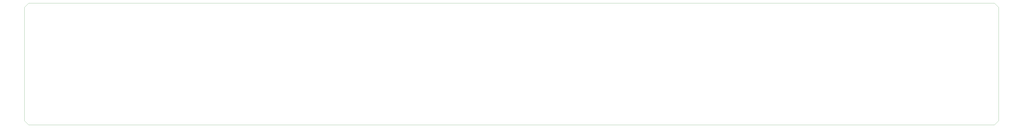
<source format=gbr>
G04 #@! TF.GenerationSoftware,KiCad,Pcbnew,(5.0.0)*
G04 #@! TF.CreationDate,2018-12-13T10:18:39+01:00*
G04 #@! TF.ProjectId,BackplanePCB_solder,4261636B706C616E655043425F736F6C,rev?*
G04 #@! TF.SameCoordinates,Original*
G04 #@! TF.FileFunction,Profile,NP*
%FSLAX46Y46*%
G04 Gerber Fmt 4.6, Leading zero omitted, Abs format (unit mm)*
G04 Created by KiCad (PCBNEW (5.0.0)) date 12/13/18 10:18:39*
%MOMM*%
%LPD*%
G01*
G04 APERTURE LIST*
%ADD10C,0.100000*%
G04 APERTURE END LIST*
D10*
X41500000Y-220000000D02*
X43500000Y-222000000D01*
X41500000Y-165000000D02*
X41500000Y-220000000D01*
X43500000Y-163000000D02*
X41500000Y-165000000D01*
X509500000Y-163000000D02*
X43500000Y-163000000D01*
X511500000Y-165000000D02*
X509500000Y-163000000D01*
X511500000Y-220000000D02*
X511500000Y-165000000D01*
X509500000Y-222000000D02*
X511500000Y-220000000D01*
X43500000Y-222000000D02*
X509500000Y-222000000D01*
M02*

</source>
